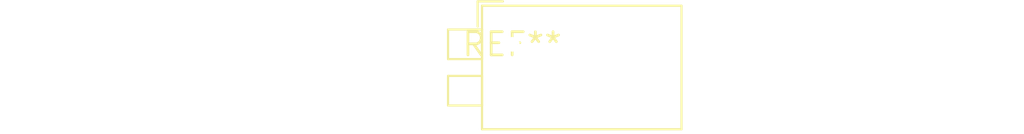
<source format=kicad_pcb>
(kicad_pcb (version 20240108) (generator pcbnew)
  (layers (0 "F.Cu" signal) (31 "B.Cu" signal) (34 "B.Paste" user) (35 "F.Paste" user) (36 "B.SilkS" user "B.Silkscreen") (37 "F.SilkS" user "F.Silkscreen") (38 "B.Mask" user) (39 "F.Mask" user) (44 "Edge.Cuts" user))
  (net 0 "")
  (footprint "SW_DIP_SPSTx02_Piano_10.8x6.64mm_W7.62mm_P2.54mm" (layer "F.Cu") (at 0 0)
    (property "Reference" "REF**")
    (property "Value" "SW_DIP_SPSTx02_Piano_10.8x6.64mm_W7.62mm_P2.54mm")
    (fp_line (start -3.51 -0.81) (end -3.51 0.81) (layer "F.SilkS") (stroke (width 0.12)))
    (fp_line (start -3.51 -0.81) (end -1.65 -0.81) (layer "F.SilkS") (stroke (width 0.12)))
    (fp_line (start -3.51 0.81) (end -1.65 0.81) (layer "F.SilkS") (stroke (width 0.12)))
    (fp_line (start -3.51 1.73) (end -3.51 3.35) (layer "F.SilkS") (stroke (width 0.12)))
    (fp_line (start -3.51 1.73) (end -1.65 1.73) (layer "F.SilkS") (stroke (width 0.12)))
    (fp_line (start -3.51 3.35) (end -1.65 3.35) (layer "F.SilkS") (stroke (width 0.12)))
    (fp_line (start -1.89 -2.35) (end -1.89 -0.967) (layer "F.SilkS") (stroke (width 0.12)))
    (fp_line (start -1.89 -2.35) (end -0.507 -2.35) (layer "F.SilkS") (stroke (width 0.12)))
    (fp_line (start -1.65 -2.11) (end -1.65 4.65) (layer "F.SilkS") (stroke (width 0.12)))
    (fp_line (start -1.65 -2.11) (end 9.27 -2.11) (layer "F.SilkS") (stroke (width 0.12)))
    (fp_line (start -1.65 -0.81) (end -1.65 0.81) (layer "F.SilkS") (stroke (width 0.12)))
    (fp_line (start -1.65 1.73) (end -1.65 3.35) (layer "F.SilkS") (stroke (width 0.12)))
    (fp_line (start -1.65 4.65) (end 9.27 4.65) (layer "F.SilkS") (stroke (width 0.12)))
    (fp_line (start 9.27 -2.11) (end 9.27 4.65) (layer "F.SilkS") (stroke (width 0.12)))
    (pad "1" thru_hole rect (at 0 0) (size 1.6 1.6) (drill 0.8) (layers *.Cu *.Mask) (remove_unused_layers))
    (pad "2" thru_hole oval (at 0 2.54) (size 1.6 1.6) (drill 0.8) (layers *.Cu *.Mask) (remove_unused_layers))
    (pad "3" thru_hole oval (at 7.62 2.54) (size 1.6 1.6) (drill 0.8) (layers *.Cu *.Mask) (remove_unused_layers))
    (pad "4" thru_hole oval (at 7.62 0) (size 1.6 1.6) (drill 0.8) (layers *.Cu *.Mask) (remove_unused_layers))
  )
)
</source>
